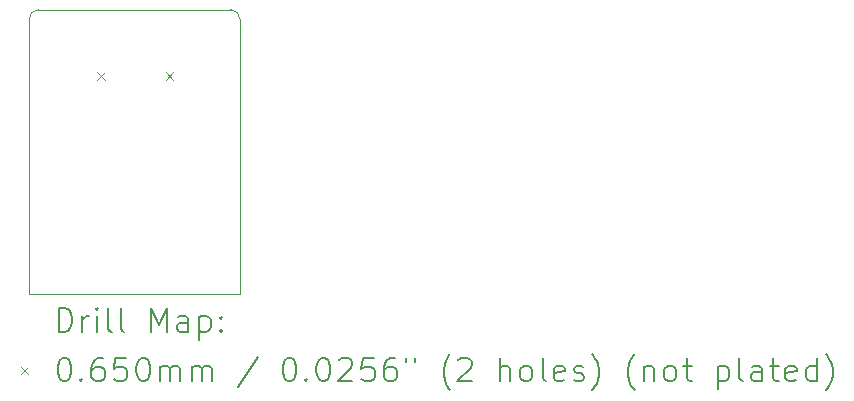
<source format=gbr>
%FSLAX45Y45*%
G04 Gerber Fmt 4.5, Leading zero omitted, Abs format (unit mm)*
G04 Created by KiCad (PCBNEW (6.0.0)) date 2022-03-30 16:35:41*
%MOMM*%
%LPD*%
G01*
G04 APERTURE LIST*
%TA.AperFunction,Profile*%
%ADD10C,0.100000*%
%TD*%
%ADD11C,0.200000*%
%ADD12C,0.065000*%
G04 APERTURE END LIST*
D10*
X13376000Y-6601000D02*
G75*
G03*
X13296000Y-6681000I0J-80000D01*
G01*
X15083000Y-6681000D02*
X15083000Y-9012000D01*
X15083000Y-9012000D02*
X13296000Y-9012000D01*
X15083000Y-6681000D02*
G75*
G03*
X15003000Y-6601000I-80000J0D01*
G01*
X13296000Y-9012000D02*
X13296000Y-6681000D01*
X13376000Y-6601000D02*
X15003000Y-6601000D01*
D11*
D12*
X13875500Y-7132500D02*
X13940500Y-7197500D01*
X13940500Y-7132500D02*
X13875500Y-7197500D01*
X14453500Y-7132500D02*
X14518500Y-7197500D01*
X14518500Y-7132500D02*
X14453500Y-7197500D01*
D11*
X13548619Y-9327476D02*
X13548619Y-9127476D01*
X13596238Y-9127476D01*
X13624809Y-9137000D01*
X13643857Y-9156048D01*
X13653381Y-9175095D01*
X13662905Y-9213190D01*
X13662905Y-9241762D01*
X13653381Y-9279857D01*
X13643857Y-9298905D01*
X13624809Y-9317952D01*
X13596238Y-9327476D01*
X13548619Y-9327476D01*
X13748619Y-9327476D02*
X13748619Y-9194143D01*
X13748619Y-9232238D02*
X13758143Y-9213190D01*
X13767667Y-9203667D01*
X13786714Y-9194143D01*
X13805762Y-9194143D01*
X13872428Y-9327476D02*
X13872428Y-9194143D01*
X13872428Y-9127476D02*
X13862905Y-9137000D01*
X13872428Y-9146524D01*
X13881952Y-9137000D01*
X13872428Y-9127476D01*
X13872428Y-9146524D01*
X13996238Y-9327476D02*
X13977190Y-9317952D01*
X13967667Y-9298905D01*
X13967667Y-9127476D01*
X14101000Y-9327476D02*
X14081952Y-9317952D01*
X14072428Y-9298905D01*
X14072428Y-9127476D01*
X14329571Y-9327476D02*
X14329571Y-9127476D01*
X14396238Y-9270333D01*
X14462905Y-9127476D01*
X14462905Y-9327476D01*
X14643857Y-9327476D02*
X14643857Y-9222714D01*
X14634333Y-9203667D01*
X14615286Y-9194143D01*
X14577190Y-9194143D01*
X14558143Y-9203667D01*
X14643857Y-9317952D02*
X14624809Y-9327476D01*
X14577190Y-9327476D01*
X14558143Y-9317952D01*
X14548619Y-9298905D01*
X14548619Y-9279857D01*
X14558143Y-9260810D01*
X14577190Y-9251286D01*
X14624809Y-9251286D01*
X14643857Y-9241762D01*
X14739095Y-9194143D02*
X14739095Y-9394143D01*
X14739095Y-9203667D02*
X14758143Y-9194143D01*
X14796238Y-9194143D01*
X14815286Y-9203667D01*
X14824809Y-9213190D01*
X14834333Y-9232238D01*
X14834333Y-9289381D01*
X14824809Y-9308429D01*
X14815286Y-9317952D01*
X14796238Y-9327476D01*
X14758143Y-9327476D01*
X14739095Y-9317952D01*
X14920048Y-9308429D02*
X14929571Y-9317952D01*
X14920048Y-9327476D01*
X14910524Y-9317952D01*
X14920048Y-9308429D01*
X14920048Y-9327476D01*
X14920048Y-9203667D02*
X14929571Y-9213190D01*
X14920048Y-9222714D01*
X14910524Y-9213190D01*
X14920048Y-9203667D01*
X14920048Y-9222714D01*
D12*
X13226000Y-9624500D02*
X13291000Y-9689500D01*
X13291000Y-9624500D02*
X13226000Y-9689500D01*
D11*
X13586714Y-9547476D02*
X13605762Y-9547476D01*
X13624809Y-9557000D01*
X13634333Y-9566524D01*
X13643857Y-9585571D01*
X13653381Y-9623667D01*
X13653381Y-9671286D01*
X13643857Y-9709381D01*
X13634333Y-9728429D01*
X13624809Y-9737952D01*
X13605762Y-9747476D01*
X13586714Y-9747476D01*
X13567667Y-9737952D01*
X13558143Y-9728429D01*
X13548619Y-9709381D01*
X13539095Y-9671286D01*
X13539095Y-9623667D01*
X13548619Y-9585571D01*
X13558143Y-9566524D01*
X13567667Y-9557000D01*
X13586714Y-9547476D01*
X13739095Y-9728429D02*
X13748619Y-9737952D01*
X13739095Y-9747476D01*
X13729571Y-9737952D01*
X13739095Y-9728429D01*
X13739095Y-9747476D01*
X13920048Y-9547476D02*
X13881952Y-9547476D01*
X13862905Y-9557000D01*
X13853381Y-9566524D01*
X13834333Y-9595095D01*
X13824809Y-9633190D01*
X13824809Y-9709381D01*
X13834333Y-9728429D01*
X13843857Y-9737952D01*
X13862905Y-9747476D01*
X13901000Y-9747476D01*
X13920048Y-9737952D01*
X13929571Y-9728429D01*
X13939095Y-9709381D01*
X13939095Y-9661762D01*
X13929571Y-9642714D01*
X13920048Y-9633190D01*
X13901000Y-9623667D01*
X13862905Y-9623667D01*
X13843857Y-9633190D01*
X13834333Y-9642714D01*
X13824809Y-9661762D01*
X14120048Y-9547476D02*
X14024809Y-9547476D01*
X14015286Y-9642714D01*
X14024809Y-9633190D01*
X14043857Y-9623667D01*
X14091476Y-9623667D01*
X14110524Y-9633190D01*
X14120048Y-9642714D01*
X14129571Y-9661762D01*
X14129571Y-9709381D01*
X14120048Y-9728429D01*
X14110524Y-9737952D01*
X14091476Y-9747476D01*
X14043857Y-9747476D01*
X14024809Y-9737952D01*
X14015286Y-9728429D01*
X14253381Y-9547476D02*
X14272428Y-9547476D01*
X14291476Y-9557000D01*
X14301000Y-9566524D01*
X14310524Y-9585571D01*
X14320048Y-9623667D01*
X14320048Y-9671286D01*
X14310524Y-9709381D01*
X14301000Y-9728429D01*
X14291476Y-9737952D01*
X14272428Y-9747476D01*
X14253381Y-9747476D01*
X14234333Y-9737952D01*
X14224809Y-9728429D01*
X14215286Y-9709381D01*
X14205762Y-9671286D01*
X14205762Y-9623667D01*
X14215286Y-9585571D01*
X14224809Y-9566524D01*
X14234333Y-9557000D01*
X14253381Y-9547476D01*
X14405762Y-9747476D02*
X14405762Y-9614143D01*
X14405762Y-9633190D02*
X14415286Y-9623667D01*
X14434333Y-9614143D01*
X14462905Y-9614143D01*
X14481952Y-9623667D01*
X14491476Y-9642714D01*
X14491476Y-9747476D01*
X14491476Y-9642714D02*
X14501000Y-9623667D01*
X14520048Y-9614143D01*
X14548619Y-9614143D01*
X14567667Y-9623667D01*
X14577190Y-9642714D01*
X14577190Y-9747476D01*
X14672428Y-9747476D02*
X14672428Y-9614143D01*
X14672428Y-9633190D02*
X14681952Y-9623667D01*
X14701000Y-9614143D01*
X14729571Y-9614143D01*
X14748619Y-9623667D01*
X14758143Y-9642714D01*
X14758143Y-9747476D01*
X14758143Y-9642714D02*
X14767667Y-9623667D01*
X14786714Y-9614143D01*
X14815286Y-9614143D01*
X14834333Y-9623667D01*
X14843857Y-9642714D01*
X14843857Y-9747476D01*
X15234333Y-9537952D02*
X15062905Y-9795095D01*
X15491476Y-9547476D02*
X15510524Y-9547476D01*
X15529571Y-9557000D01*
X15539095Y-9566524D01*
X15548619Y-9585571D01*
X15558143Y-9623667D01*
X15558143Y-9671286D01*
X15548619Y-9709381D01*
X15539095Y-9728429D01*
X15529571Y-9737952D01*
X15510524Y-9747476D01*
X15491476Y-9747476D01*
X15472428Y-9737952D01*
X15462905Y-9728429D01*
X15453381Y-9709381D01*
X15443857Y-9671286D01*
X15443857Y-9623667D01*
X15453381Y-9585571D01*
X15462905Y-9566524D01*
X15472428Y-9557000D01*
X15491476Y-9547476D01*
X15643857Y-9728429D02*
X15653381Y-9737952D01*
X15643857Y-9747476D01*
X15634333Y-9737952D01*
X15643857Y-9728429D01*
X15643857Y-9747476D01*
X15777190Y-9547476D02*
X15796238Y-9547476D01*
X15815286Y-9557000D01*
X15824809Y-9566524D01*
X15834333Y-9585571D01*
X15843857Y-9623667D01*
X15843857Y-9671286D01*
X15834333Y-9709381D01*
X15824809Y-9728429D01*
X15815286Y-9737952D01*
X15796238Y-9747476D01*
X15777190Y-9747476D01*
X15758143Y-9737952D01*
X15748619Y-9728429D01*
X15739095Y-9709381D01*
X15729571Y-9671286D01*
X15729571Y-9623667D01*
X15739095Y-9585571D01*
X15748619Y-9566524D01*
X15758143Y-9557000D01*
X15777190Y-9547476D01*
X15920048Y-9566524D02*
X15929571Y-9557000D01*
X15948619Y-9547476D01*
X15996238Y-9547476D01*
X16015286Y-9557000D01*
X16024809Y-9566524D01*
X16034333Y-9585571D01*
X16034333Y-9604619D01*
X16024809Y-9633190D01*
X15910524Y-9747476D01*
X16034333Y-9747476D01*
X16215286Y-9547476D02*
X16120048Y-9547476D01*
X16110524Y-9642714D01*
X16120048Y-9633190D01*
X16139095Y-9623667D01*
X16186714Y-9623667D01*
X16205762Y-9633190D01*
X16215286Y-9642714D01*
X16224809Y-9661762D01*
X16224809Y-9709381D01*
X16215286Y-9728429D01*
X16205762Y-9737952D01*
X16186714Y-9747476D01*
X16139095Y-9747476D01*
X16120048Y-9737952D01*
X16110524Y-9728429D01*
X16396238Y-9547476D02*
X16358143Y-9547476D01*
X16339095Y-9557000D01*
X16329571Y-9566524D01*
X16310524Y-9595095D01*
X16301000Y-9633190D01*
X16301000Y-9709381D01*
X16310524Y-9728429D01*
X16320048Y-9737952D01*
X16339095Y-9747476D01*
X16377190Y-9747476D01*
X16396238Y-9737952D01*
X16405762Y-9728429D01*
X16415286Y-9709381D01*
X16415286Y-9661762D01*
X16405762Y-9642714D01*
X16396238Y-9633190D01*
X16377190Y-9623667D01*
X16339095Y-9623667D01*
X16320048Y-9633190D01*
X16310524Y-9642714D01*
X16301000Y-9661762D01*
X16491476Y-9547476D02*
X16491476Y-9585571D01*
X16567667Y-9547476D02*
X16567667Y-9585571D01*
X16862905Y-9823667D02*
X16853381Y-9814143D01*
X16834333Y-9785571D01*
X16824810Y-9766524D01*
X16815286Y-9737952D01*
X16805762Y-9690333D01*
X16805762Y-9652238D01*
X16815286Y-9604619D01*
X16824810Y-9576048D01*
X16834333Y-9557000D01*
X16853381Y-9528429D01*
X16862905Y-9518905D01*
X16929571Y-9566524D02*
X16939095Y-9557000D01*
X16958143Y-9547476D01*
X17005762Y-9547476D01*
X17024810Y-9557000D01*
X17034333Y-9566524D01*
X17043857Y-9585571D01*
X17043857Y-9604619D01*
X17034333Y-9633190D01*
X16920048Y-9747476D01*
X17043857Y-9747476D01*
X17281952Y-9747476D02*
X17281952Y-9547476D01*
X17367667Y-9747476D02*
X17367667Y-9642714D01*
X17358143Y-9623667D01*
X17339095Y-9614143D01*
X17310524Y-9614143D01*
X17291476Y-9623667D01*
X17281952Y-9633190D01*
X17491476Y-9747476D02*
X17472429Y-9737952D01*
X17462905Y-9728429D01*
X17453381Y-9709381D01*
X17453381Y-9652238D01*
X17462905Y-9633190D01*
X17472429Y-9623667D01*
X17491476Y-9614143D01*
X17520048Y-9614143D01*
X17539095Y-9623667D01*
X17548619Y-9633190D01*
X17558143Y-9652238D01*
X17558143Y-9709381D01*
X17548619Y-9728429D01*
X17539095Y-9737952D01*
X17520048Y-9747476D01*
X17491476Y-9747476D01*
X17672429Y-9747476D02*
X17653381Y-9737952D01*
X17643857Y-9718905D01*
X17643857Y-9547476D01*
X17824810Y-9737952D02*
X17805762Y-9747476D01*
X17767667Y-9747476D01*
X17748619Y-9737952D01*
X17739095Y-9718905D01*
X17739095Y-9642714D01*
X17748619Y-9623667D01*
X17767667Y-9614143D01*
X17805762Y-9614143D01*
X17824810Y-9623667D01*
X17834333Y-9642714D01*
X17834333Y-9661762D01*
X17739095Y-9680810D01*
X17910524Y-9737952D02*
X17929571Y-9747476D01*
X17967667Y-9747476D01*
X17986714Y-9737952D01*
X17996238Y-9718905D01*
X17996238Y-9709381D01*
X17986714Y-9690333D01*
X17967667Y-9680810D01*
X17939095Y-9680810D01*
X17920048Y-9671286D01*
X17910524Y-9652238D01*
X17910524Y-9642714D01*
X17920048Y-9623667D01*
X17939095Y-9614143D01*
X17967667Y-9614143D01*
X17986714Y-9623667D01*
X18062905Y-9823667D02*
X18072429Y-9814143D01*
X18091476Y-9785571D01*
X18101000Y-9766524D01*
X18110524Y-9737952D01*
X18120048Y-9690333D01*
X18120048Y-9652238D01*
X18110524Y-9604619D01*
X18101000Y-9576048D01*
X18091476Y-9557000D01*
X18072429Y-9528429D01*
X18062905Y-9518905D01*
X18424810Y-9823667D02*
X18415286Y-9814143D01*
X18396238Y-9785571D01*
X18386714Y-9766524D01*
X18377190Y-9737952D01*
X18367667Y-9690333D01*
X18367667Y-9652238D01*
X18377190Y-9604619D01*
X18386714Y-9576048D01*
X18396238Y-9557000D01*
X18415286Y-9528429D01*
X18424810Y-9518905D01*
X18501000Y-9614143D02*
X18501000Y-9747476D01*
X18501000Y-9633190D02*
X18510524Y-9623667D01*
X18529571Y-9614143D01*
X18558143Y-9614143D01*
X18577190Y-9623667D01*
X18586714Y-9642714D01*
X18586714Y-9747476D01*
X18710524Y-9747476D02*
X18691476Y-9737952D01*
X18681952Y-9728429D01*
X18672429Y-9709381D01*
X18672429Y-9652238D01*
X18681952Y-9633190D01*
X18691476Y-9623667D01*
X18710524Y-9614143D01*
X18739095Y-9614143D01*
X18758143Y-9623667D01*
X18767667Y-9633190D01*
X18777190Y-9652238D01*
X18777190Y-9709381D01*
X18767667Y-9728429D01*
X18758143Y-9737952D01*
X18739095Y-9747476D01*
X18710524Y-9747476D01*
X18834333Y-9614143D02*
X18910524Y-9614143D01*
X18862905Y-9547476D02*
X18862905Y-9718905D01*
X18872429Y-9737952D01*
X18891476Y-9747476D01*
X18910524Y-9747476D01*
X19129571Y-9614143D02*
X19129571Y-9814143D01*
X19129571Y-9623667D02*
X19148619Y-9614143D01*
X19186714Y-9614143D01*
X19205762Y-9623667D01*
X19215286Y-9633190D01*
X19224810Y-9652238D01*
X19224810Y-9709381D01*
X19215286Y-9728429D01*
X19205762Y-9737952D01*
X19186714Y-9747476D01*
X19148619Y-9747476D01*
X19129571Y-9737952D01*
X19339095Y-9747476D02*
X19320048Y-9737952D01*
X19310524Y-9718905D01*
X19310524Y-9547476D01*
X19501000Y-9747476D02*
X19501000Y-9642714D01*
X19491476Y-9623667D01*
X19472429Y-9614143D01*
X19434333Y-9614143D01*
X19415286Y-9623667D01*
X19501000Y-9737952D02*
X19481952Y-9747476D01*
X19434333Y-9747476D01*
X19415286Y-9737952D01*
X19405762Y-9718905D01*
X19405762Y-9699857D01*
X19415286Y-9680810D01*
X19434333Y-9671286D01*
X19481952Y-9671286D01*
X19501000Y-9661762D01*
X19567667Y-9614143D02*
X19643857Y-9614143D01*
X19596238Y-9547476D02*
X19596238Y-9718905D01*
X19605762Y-9737952D01*
X19624810Y-9747476D01*
X19643857Y-9747476D01*
X19786714Y-9737952D02*
X19767667Y-9747476D01*
X19729571Y-9747476D01*
X19710524Y-9737952D01*
X19701000Y-9718905D01*
X19701000Y-9642714D01*
X19710524Y-9623667D01*
X19729571Y-9614143D01*
X19767667Y-9614143D01*
X19786714Y-9623667D01*
X19796238Y-9642714D01*
X19796238Y-9661762D01*
X19701000Y-9680810D01*
X19967667Y-9747476D02*
X19967667Y-9547476D01*
X19967667Y-9737952D02*
X19948619Y-9747476D01*
X19910524Y-9747476D01*
X19891476Y-9737952D01*
X19881952Y-9728429D01*
X19872429Y-9709381D01*
X19872429Y-9652238D01*
X19881952Y-9633190D01*
X19891476Y-9623667D01*
X19910524Y-9614143D01*
X19948619Y-9614143D01*
X19967667Y-9623667D01*
X20043857Y-9823667D02*
X20053381Y-9814143D01*
X20072429Y-9785571D01*
X20081952Y-9766524D01*
X20091476Y-9737952D01*
X20101000Y-9690333D01*
X20101000Y-9652238D01*
X20091476Y-9604619D01*
X20081952Y-9576048D01*
X20072429Y-9557000D01*
X20053381Y-9528429D01*
X20043857Y-9518905D01*
M02*

</source>
